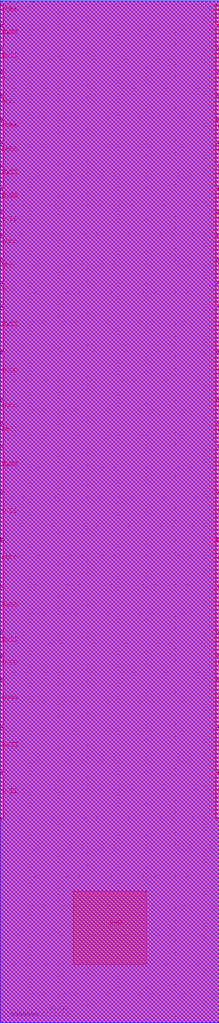
<source format=lef>
# Copyright 2022 GlobalFoundries PDK Authors
#
# Licensed under the Apache License, Version 2.0 (the "License");
# you may not use this file except in compliance with the License.
# You may obtain a copy of the License at
#
#     http://www.apache.org/licenses/LICENSE-2.0
#
# Unless required by applicable law or agreed to in writing, software
# distributed under the License is distributed on an "AS IS" BASIS,
# WITHOUT WARRANTIES OR CONDITIONS OF ANY KIND, either express or implied.
# See the License for the specific language governing permissions and
# limitations under the License.

MACRO gf180mcu_ocd_io__bi_24t
  CLASS PAD INOUT ;
  ORIGIN 0 0 ;
  FOREIGN gf180mcu_ocd_io__bi_24t 0 0 ;
  SIZE 75 BY 350 ;
  SYMMETRY X Y R90 ;
  SITE GF_IO_Site ;
    PIN PAD
        DIRECTION INOUT ;
        USE SIGNAL ;
        PORT
        LAYER Metal5  ;
        RECT 25.000 20.000 50.000 45.000 ;
        END
    END PAD
  PIN A
    DIRECTION INPUT ;
    USE SIGNAL ;
    ANTENNADIFFAREA 1 LAYER Metal2 ;
      ANTENNAGATEAREA 4.2 LAYER Metal2 ;
    PORT
        CLASS CORE ;
      LAYER Metal2 ;
        RECT 69.4 349.62 69.78 350 ;
    END
  END A
  PIN CS
    DIRECTION INPUT ;
    USE SIGNAL ;
    ANTENNADIFFAREA 1 LAYER Metal2 ;
      ANTENNAGATEAREA 3.15 LAYER Metal2 ;
    PORT
        CLASS CORE ;
      LAYER Metal2 ;
        RECT 3.36 349.62 3.74 350 ;
    END
  END CS
  PIN IE
    DIRECTION INPUT ;
    USE SIGNAL ;
    ANTENNADIFFAREA 1 LAYER Metal2 ;
      ANTENNAGATEAREA 3.15 LAYER Metal2 ;
    PORT
        CLASS CORE ;
      LAYER Metal2 ;
        RECT 11.385 349.62 11.765 350 ;
    END
  END IE
  PIN OE
    DIRECTION INPUT ;
    USE SIGNAL ;
    ANTENNADIFFAREA 7.776 LAYER Metal2 ;
      ANTENNAGATEAREA 16.8 LAYER Metal2 ;
    PORT
        CLASS CORE ;
      LAYER Metal2 ;
        RECT 70.13 349.62 70.51 350 ;
    END
  END OE
  PIN PD
    DIRECTION INPUT ;
    USE SIGNAL ;
    ANTENNADIFFAREA 1 LAYER Metal2 ;
      ANTENNAGATEAREA 10.5 LAYER Metal2 ;
    PORT
        CLASS CORE ;
      LAYER Metal2 ;
        RECT 10.33 349.62 10.71 350 ;
    END
  END PD
  PIN PU
    DIRECTION INPUT ;
    USE SIGNAL ;
    ANTENNADIFFAREA 2.98 LAYER Metal2 ;
      ANTENNAGATEAREA 7.35 LAYER Metal2 ;
    PORT
        CLASS CORE ;
      LAYER Metal2 ;
        RECT 5.965 349.62 6.345 350 ;
    END
  END PU
  PIN SL
    DIRECTION INPUT ;
    USE SIGNAL ;
    ANTENNADIFFAREA 1 LAYER Metal2 ;
      ANTENNAGATEAREA 3.15 LAYER Metal2 ;
    PORT
        CLASS CORE ;
      LAYER Metal2 ;
        RECT 68.67 349.62 69.05 350 ;
    END
  END SL
  PIN Y
    DIRECTION OUTPUT ;
    USE SIGNAL ;
    ANTENNADIFFAREA 7.8 LAYER Metal2 ;
    PORT
        CLASS CORE ;
      LAYER Metal2 ;
        RECT 70.86 349.62 71.24 350 ;
    END
  END Y
  PIN DVDD
    DIRECTION INOUT ;
    USE POWER ;
    PORT
      LAYER Metal5 ;
        RECT 74 118 75 125 ;
    END
    PORT
      LAYER Metal5 ;
        RECT 74 182 75 197 ;
    END
    PORT
      LAYER Metal5 ;
        RECT 74 166 75 181 ;
    END
    PORT
      LAYER Metal5 ;
        RECT 74 150 75 165 ;
    END
    PORT
      LAYER Metal5 ;
        RECT 74 134 75 149 ;
    END
    PORT
      LAYER Metal5 ;
        RECT 74 214 75 229 ;
    END
    PORT
      LAYER Metal5 ;
        RECT 74 206 75 213 ;
    END
    PORT
      LAYER Metal5 ;
        RECT 74 278 75 285 ;
    END
    PORT
      LAYER Metal5 ;
        RECT 74 270 75 277 ;
    END
    PORT
      LAYER Metal5 ;
        RECT 74 262 75 269 ;
    END
    PORT
      LAYER Metal5 ;
        RECT 74 294 75 301 ;
    END
    PORT
      LAYER Metal5 ;
        RECT 74 334 75 341 ;
    END
    PORT
      LAYER Metal4 ;
        RECT 74 118 75 125 ;
    END
    PORT
      LAYER Metal4 ;
        RECT 74 182 75 197 ;
    END
    PORT
      LAYER Metal4 ;
        RECT 74 166 75 181 ;
    END
    PORT
      LAYER Metal4 ;
        RECT 74 150 75 165 ;
    END
    PORT
      LAYER Metal4 ;
        RECT 74 134 75 149 ;
    END
    PORT
      LAYER Metal4 ;
        RECT 74 214 75 229 ;
    END
    PORT
      LAYER Metal4 ;
        RECT 74 206 75 213 ;
    END
    PORT
      LAYER Metal4 ;
        RECT 74 278 75 285 ;
    END
    PORT
      LAYER Metal4 ;
        RECT 74 270 75 277 ;
    END
    PORT
      LAYER Metal4 ;
        RECT 74 262 75 269 ;
    END
    PORT
      LAYER Metal4 ;
        RECT 74 294 75 301 ;
    END
    PORT
      LAYER Metal4 ;
        RECT 74 334 75 341 ;
    END
    PORT
      LAYER Metal3 ;
        RECT 74 118 75 125 ;
    END
    PORT
      LAYER Metal3 ;
        RECT 74 182 75 197 ;
    END
    PORT
      LAYER Metal3 ;
        RECT 74 166 75 181 ;
    END
    PORT
      LAYER Metal3 ;
        RECT 74 150 75 165 ;
    END
    PORT
      LAYER Metal3 ;
        RECT 74 134 75 149 ;
    END
    PORT
      LAYER Metal3 ;
        RECT 74 214 75 229 ;
    END
    PORT
      LAYER Metal3 ;
        RECT 74 206 75 213 ;
    END
    PORT
      LAYER Metal3 ;
        RECT 74 278 75 285 ;
    END
    PORT
      LAYER Metal3 ;
        RECT 74 270 75 277 ;
    END
    PORT
      LAYER Metal3 ;
        RECT 74 262 75 269 ;
    END
    PORT
      LAYER Metal3 ;
        RECT 74 294 75 301 ;
    END
    PORT
      LAYER Metal3 ;
        RECT 74 334 75 341 ;
    END
    PORT
      LAYER Metal3 ;
        RECT 0 334 1 341 ;
    END
    PORT
      LAYER Metal3 ;
        RECT 0 294 1 301 ;
    END
    PORT
      LAYER Metal3 ;
        RECT 0 262 1 269 ;
    END
    PORT
      LAYER Metal3 ;
        RECT 0 270 1 277 ;
    END
    PORT
      LAYER Metal3 ;
        RECT 0 278 1 285 ;
    END
    PORT
      LAYER Metal3 ;
        RECT 0 206 1 213 ;
    END
    PORT
      LAYER Metal3 ;
        RECT 0 214 1 229 ;
    END
    PORT
      LAYER Metal3 ;
        RECT 0 134 1 149 ;
    END
    PORT
      LAYER Metal3 ;
        RECT 0 150 1 165 ;
    END
    PORT
      LAYER Metal3 ;
        RECT 0 166 1 181 ;
    END
    PORT
      LAYER Metal3 ;
        RECT 0 182 1 197 ;
    END
    PORT
      LAYER Metal4 ;
        RECT 0 334 1 341 ;
    END
    PORT
      LAYER Metal4 ;
        RECT 0 294 1 301 ;
    END
    PORT
      LAYER Metal4 ;
        RECT 0 262 1 269 ;
    END
    PORT
      LAYER Metal4 ;
        RECT 0 270 1 277 ;
    END
    PORT
      LAYER Metal4 ;
        RECT 0 278 1 285 ;
    END
    PORT
      LAYER Metal4 ;
        RECT 0 206 1 213 ;
    END
    PORT
      LAYER Metal4 ;
        RECT 0 214 1 229 ;
    END
    PORT
      LAYER Metal4 ;
        RECT 0 134 1 149 ;
    END
    PORT
      LAYER Metal4 ;
        RECT 0 150 1 165 ;
    END
    PORT
      LAYER Metal4 ;
        RECT 0 166 1 181 ;
    END
    PORT
      LAYER Metal4 ;
        RECT 0 182 1 197 ;
    END
    PORT
      LAYER Metal5 ;
        RECT 0 334 1 341 ;
    END
    PORT
      LAYER Metal5 ;
        RECT 0 294 1 301 ;
    END
    PORT
      LAYER Metal5 ;
        RECT 0 262 1 269 ;
    END
    PORT
      LAYER Metal5 ;
        RECT 0 270 1 277 ;
    END
    PORT
      LAYER Metal5 ;
        RECT 0 278 1 285 ;
    END
    PORT
      LAYER Metal5 ;
        RECT 0 206 1 213 ;
    END
    PORT
      LAYER Metal5 ;
        RECT 0 214 1 229 ;
    END
    PORT
      LAYER Metal5 ;
        RECT 0 134 1 149 ;
    END
    PORT
      LAYER Metal5 ;
        RECT 0 150 1 165 ;
    END
    PORT
      LAYER Metal5 ;
        RECT 0 166 1 181 ;
    END
    PORT
      LAYER Metal5 ;
        RECT 0 182 1 197 ;
    END
    PORT
      LAYER Metal5 ;
        RECT 0 118 1 125 ;
    END
    PORT
      LAYER Metal4 ;
        RECT 0 118 1 125 ;
    END
    PORT
      LAYER Metal3 ;
        RECT 0 118 1 125 ;
    END
  END DVDD
  PIN DVSS
    DIRECTION INOUT ;
    USE GROUND ;
    PORT
      LAYER Metal5 ;
        RECT 74 102 75 117 ;
    END
    PORT
      LAYER Metal5 ;
        RECT 74 86 75 101 ;
    END
    PORT
      LAYER Metal5 ;
        RECT 74 70 75 85 ;
    END
    PORT
      LAYER Metal5 ;
        RECT 74 126 75 133 ;
    END
    PORT
      LAYER Metal5 ;
        RECT 74 198 75 205 ;
    END
    PORT
      LAYER Metal5 ;
        RECT 74 230 75 245 ;
    END
    PORT
      LAYER Metal5 ;
        RECT 74 286 75 293 ;
    END
    PORT
      LAYER Metal5 ;
        RECT 74 302 75 309 ;
    END
    PORT
      LAYER Metal5 ;
        RECT 74 326 75 333 ;
    END
    PORT
      LAYER Metal5 ;
        RECT 74 342 75 348.39 ;
    END
    PORT
      LAYER Metal4 ;
        RECT 74 102 75 117 ;
    END
    PORT
      LAYER Metal4 ;
        RECT 74 86 75 101 ;
    END
    PORT
      LAYER Metal4 ;
        RECT 74 70 75 85 ;
    END
    PORT
      LAYER Metal4 ;
        RECT 74 126 75 133 ;
    END
    PORT
      LAYER Metal4 ;
        RECT 74 198 75 205 ;
    END
    PORT
      LAYER Metal4 ;
        RECT 74 230 75 245 ;
    END
    PORT
      LAYER Metal4 ;
        RECT 74 286 75 293 ;
    END
    PORT
      LAYER Metal4 ;
        RECT 74 302 75 309 ;
    END
    PORT
      LAYER Metal4 ;
        RECT 74 326 75 333 ;
    END
    PORT
      LAYER Metal4 ;
        RECT 74 342 75 348.39 ;
    END
    PORT
      LAYER Metal3 ;
        RECT 74 102 75 117 ;
    END
    PORT
      LAYER Metal3 ;
        RECT 74 86 75 101 ;
    END
    PORT
      LAYER Metal3 ;
        RECT 74 70 75 85 ;
    END
    PORT
      LAYER Metal3 ;
        RECT 74 126 75 133 ;
    END
    PORT
      LAYER Metal3 ;
        RECT 74 198 75 205 ;
    END
    PORT
      LAYER Metal3 ;
        RECT 74 230 75 245 ;
    END
    PORT
      LAYER Metal3 ;
        RECT 74 286 75 293 ;
    END
    PORT
      LAYER Metal3 ;
        RECT 74 302 75 309 ;
    END
    PORT
      LAYER Metal3 ;
        RECT 74 326 75 333 ;
    END
    PORT
      LAYER Metal3 ;
        RECT 74 342 75 348.39 ;
    END
    PORT
      LAYER Metal3 ;
        RECT 0 342 1 348.39 ;
    END
    PORT
      LAYER Metal3 ;
        RECT 0 326 1 333 ;
    END
    PORT
      LAYER Metal3 ;
        RECT 0 302 1 309 ;
    END
    PORT
      LAYER Metal3 ;
        RECT 0 286 1 293 ;
    END
    PORT
      LAYER Metal3 ;
        RECT 0 230 1 245 ;
    END
    PORT
      LAYER Metal3 ;
        RECT 0 198 1 205 ;
    END
    PORT
      LAYER Metal3 ;
        RECT 0 126 1 133 ;
    END
    PORT
      LAYER Metal3 ;
        RECT 0 70 1 85 ;
    END
    PORT
      LAYER Metal3 ;
        RECT 0 86 1 101 ;
    END
    PORT
      LAYER Metal4 ;
        RECT 0 342 1 348.39 ;
    END
    PORT
      LAYER Metal4 ;
        RECT 0 326 1 333 ;
    END
    PORT
      LAYER Metal4 ;
        RECT 0 302 1 309 ;
    END
    PORT
      LAYER Metal4 ;
        RECT 0 286 1 293 ;
    END
    PORT
      LAYER Metal4 ;
        RECT 0 230 1 245 ;
    END
    PORT
      LAYER Metal4 ;
        RECT 0 198 1 205 ;
    END
    PORT
      LAYER Metal4 ;
        RECT 0 126 1 133 ;
    END
    PORT
      LAYER Metal4 ;
        RECT 0 70 1 85 ;
    END
    PORT
      LAYER Metal4 ;
        RECT 0 86 1 101 ;
    END
    PORT
      LAYER Metal5 ;
        RECT 0 342 1 348.39 ;
    END
    PORT
      LAYER Metal5 ;
        RECT 0 326 1 333 ;
    END
    PORT
      LAYER Metal5 ;
        RECT 0 302 1 309 ;
    END
    PORT
      LAYER Metal5 ;
        RECT 0 286 1 293 ;
    END
    PORT
      LAYER Metal5 ;
        RECT 0 230 1 245 ;
    END
    PORT
      LAYER Metal5 ;
        RECT 0 198 1 205 ;
    END
    PORT
      LAYER Metal5 ;
        RECT 0 126 1 133 ;
    END
    PORT
      LAYER Metal5 ;
        RECT 0 70 1 85 ;
    END
    PORT
      LAYER Metal5 ;
        RECT 0 86 1 101 ;
    END
    PORT
      LAYER Metal5 ;
        RECT 0 102 1 117 ;
    END
    PORT
      LAYER Metal4 ;
        RECT 0 102 1 117 ;
    END
    PORT
      LAYER Metal3 ;
        RECT 0 102 1 117 ;
    END
  END DVSS
  PIN VDD
    DIRECTION INOUT ;
    USE POWER ;
    PORT
      LAYER Metal5 ;
        RECT 74 254 75 261 ;
    END
    PORT
      LAYER Metal5 ;
        RECT 74 310 75 317 ;
    END
    PORT
      LAYER Metal4 ;
        RECT 74 254 75 261 ;
    END
    PORT
      LAYER Metal4 ;
        RECT 74 310 75 317 ;
    END
    PORT
      LAYER Metal3 ;
        RECT 74 254 75 261 ;
    END
    PORT
      LAYER Metal3 ;
        RECT 74 310 75 317 ;
    END
    PORT
      LAYER Metal3 ;
        RECT 0 310 1 317 ;
    END
    PORT
      LAYER Metal4 ;
        RECT 0 310 1 317 ;
    END
    PORT
      LAYER Metal5 ;
        RECT 0 310 1 317 ;
    END
    PORT
      LAYER Metal5 ;
        RECT 0 254 1 261 ;
    END
    PORT
      LAYER Metal4 ;
        RECT 0 254 1 261 ;
    END
    PORT
      LAYER Metal3 ;
        RECT 0 254 1 261 ;
    END
  END VDD
  PIN VSS
    DIRECTION INOUT ;
    USE GROUND ;
    PORT
      LAYER Metal5 ;
        RECT 74 246 75 253 ;
    END
    PORT
      LAYER Metal5 ;
        RECT 74 318 75 325 ;
    END
    PORT
      LAYER Metal4 ;
        RECT 74 246 75 253 ;
    END
    PORT
      LAYER Metal4 ;
        RECT 74 318 75 325 ;
    END
    PORT
      LAYER Metal3 ;
        RECT 74 246 75 253 ;
    END
    PORT
      LAYER Metal3 ;
        RECT 74 318 75 325 ;
    END
    PORT
      LAYER Metal3 ;
        RECT 0 318 1 325 ;
    END
    PORT
      LAYER Metal4 ;
        RECT 0 318 1 325 ;
    END
    PORT
      LAYER Metal5 ;
        RECT 0 318 1 325 ;
    END
    PORT
      LAYER Metal5 ;
        RECT 0 246 1 253 ;
    END
    PORT
      LAYER Metal4 ;
        RECT 0 246 1 253 ;
    END
    PORT
      LAYER Metal3 ;
        RECT 0 246 1 253 ;
    END
  END VSS
  OBS
    LAYER Metal1 ;
      RECT 0 0 75 350 ;
    LAYER Metal2 ;
      POLYGON 75 350 71.52 350 71.52 349.34 68.39 349.34 68.39 350 12.045 350 12.045 349.34 11.105 349.34 11.105 350 10.99 350 10.99 349.34 10.05 349.34 10.05 350 6.625 350 6.625 349.34 5.685 349.34 5.685 350 4.02 350 4.02 349.34 3.08 349.34 3.08 350 0 350 0 0 75 0 ;
    LAYER Metal3 ;
      POLYGON 75 69.72 73.72 69.72 73.72 85.28 75 85.28 75 85.72 73.72 85.72 73.72 101.28 75 101.28 75 101.72 73.72 101.72 73.72 117.28 75 117.28 75 117.72 73.72 117.72 73.72 125.28 75 125.28 75 125.72 73.72 125.72 73.72 133.28 75 133.28 75 133.72 73.72 133.72 73.72 149.28 75 149.28 75 149.72 73.72 149.72 73.72 165.28 75 165.28 75 165.72 73.72 165.72 73.72 181.28 75 181.28 75 181.72 73.72 181.72 73.72 197.28 75 197.28 75 197.72 73.72 197.72 73.72 205.28 75 205.28 75 205.72 73.72 205.72 73.72 213.28 75 213.28 75 213.72 73.72 213.72 73.72 229.28 75 229.28 75 229.72 73.72 229.72 73.72 245.28 75 245.28 75 245.72 73.72 245.72 73.72 253.28 75 253.28 75 253.72 73.72 253.72 73.72 261.28 75 261.28 75 261.72 73.72 261.72 73.72 269.28 75 269.28 75 269.72 73.72 269.72 73.72 277.28 75 277.28 75 277.72 73.72 277.72 73.72 285.28 75 285.28 75 285.72 73.72 285.72 73.72 293.28 75 293.28 75 293.72 73.72 293.72 73.72 301.28 75 301.28 75 301.72 73.72 301.72 73.72 309.28 75 309.28 75 309.72 73.72 309.72 73.72 317.28 75 317.28 75 317.72 73.72 317.72 73.72 325.28 75 325.28 75 325.72 73.72 325.72 73.72 333.28 75 333.28 75 333.72 73.72 333.72 73.72 341.28 75 341.28 75 341.72 73.72 341.72 73.72 348.67 75 348.67 75 350 0 350 0 348.67 1.28 348.67 1.28 341.72 0 341.72 0 341.28 1.28 341.28 1.28 333.72 0 333.72 0 333.28 1.28 333.28 1.28 325.72 0 325.72 0 325.28 1.28 325.28 1.28 317.72 0 317.72 0 317.28 1.28 317.28 1.28 309.72 0 309.72 0 309.28 1.28 309.28 1.28 301.72 0 301.72 0 301.28 1.28 301.28 1.28 293.72 0 293.72 0 293.28 1.28 293.28 1.28 285.72 0 285.72 0 285.28 1.28 285.28 1.28 277.72 0 277.72 0 277.28 1.28 277.28 1.28 269.72 0 269.72 0 269.28 1.28 269.28 1.28 261.72 0 261.72 0 261.28 1.28 261.28 1.28 253.72 0 253.72 0 253.28 1.28 253.28 1.28 245.72 0 245.72 0 245.28 1.28 245.28 1.28 229.72 0 229.72 0 229.28 1.28 229.28 1.28 213.72 0 213.72 0 213.28 1.28 213.28 1.28 205.72 0 205.72 0 205.28 1.28 205.28 1.28 197.72 0 197.72 0 197.28 1.28 197.28 1.28 181.72 0 181.72 0 181.28 1.28 181.28 1.28 165.72 0 165.72 0 165.28 1.28 165.28 1.28 149.72 0 149.72 0 149.28 1.28 149.28 1.28 133.72 0 133.72 0 133.28 1.28 133.28 1.28 125.72 0 125.72 0 125.28 1.28 125.28 1.28 117.72 0 117.72 0 117.28 1.28 117.28 1.28 101.72 0 101.72 0 101.28 1.28 101.28 1.28 85.72 0 85.72 0 85.28 1.28 85.28 1.28 69.72 0 69.72 0 0 75 0 ;
    LAYER Metal4 ;
      POLYGON 75 69.72 73.72 69.72 73.72 85.28 75 85.28 75 85.72 73.72 85.72 73.72 101.28 75 101.28 75 101.72 73.72 101.72 73.72 117.28 75 117.28 75 117.72 73.72 117.72 73.72 125.28 75 125.28 75 125.72 73.72 125.72 73.72 133.28 75 133.28 75 133.72 73.72 133.72 73.72 149.28 75 149.28 75 149.72 73.72 149.72 73.72 165.28 75 165.28 75 165.72 73.72 165.72 73.72 181.28 75 181.28 75 181.72 73.72 181.72 73.72 197.28 75 197.28 75 197.72 73.72 197.72 73.72 205.28 75 205.28 75 205.72 73.72 205.72 73.72 213.28 75 213.28 75 213.72 73.72 213.72 73.72 229.28 75 229.28 75 229.72 73.72 229.72 73.72 245.28 75 245.28 75 245.72 73.72 245.72 73.72 253.28 75 253.28 75 253.72 73.72 253.72 73.72 261.28 75 261.28 75 261.72 73.72 261.72 73.72 269.28 75 269.28 75 269.72 73.72 269.72 73.72 277.28 75 277.28 75 277.72 73.72 277.72 73.72 285.28 75 285.28 75 285.72 73.72 285.72 73.72 293.28 75 293.28 75 293.72 73.72 293.72 73.72 301.28 75 301.28 75 301.72 73.72 301.72 73.72 309.28 75 309.28 75 309.72 73.72 309.72 73.72 317.28 75 317.28 75 317.72 73.72 317.72 73.72 325.28 75 325.28 75 325.72 73.72 325.72 73.72 333.28 75 333.28 75 333.72 73.72 333.72 73.72 341.28 75 341.28 75 341.72 73.72 341.72 73.72 348.67 75 348.67 75 350 0 350 0 348.67 1.28 348.67 1.28 341.72 0 341.72 0 341.28 1.28 341.28 1.28 333.72 0 333.72 0 333.28 1.28 333.28 1.28 325.72 0 325.72 0 325.28 1.28 325.28 1.28 317.72 0 317.72 0 317.28 1.28 317.28 1.28 309.72 0 309.72 0 309.28 1.28 309.28 1.28 301.72 0 301.72 0 301.28 1.28 301.28 1.28 293.72 0 293.72 0 293.28 1.28 293.28 1.28 285.72 0 285.72 0 285.28 1.28 285.28 1.28 277.72 0 277.72 0 277.28 1.28 277.28 1.28 269.72 0 269.72 0 269.28 1.28 269.28 1.28 261.72 0 261.72 0 261.28 1.28 261.28 1.28 253.72 0 253.72 0 253.28 1.28 253.28 1.28 245.72 0 245.72 0 245.28 1.28 245.28 1.28 229.72 0 229.72 0 229.28 1.28 229.28 1.28 213.72 0 213.72 0 213.28 1.28 213.28 1.28 205.72 0 205.72 0 205.28 1.28 205.28 1.28 197.72 0 197.72 0 197.28 1.28 197.28 1.28 181.72 0 181.72 0 181.28 1.28 181.28 1.28 165.72 0 165.72 0 165.28 1.28 165.28 1.28 149.72 0 149.72 0 149.28 1.28 149.28 1.28 133.72 0 133.72 0 133.28 1.28 133.28 1.28 125.72 0 125.72 0 125.28 1.28 125.28 1.28 117.72 0 117.72 0 117.28 1.28 117.28 1.28 101.72 0 101.72 0 101.28 1.28 101.28 1.28 85.72 0 85.72 0 85.28 1.28 85.28 1.28 69.72 0 69.72 0 0 75 0 ;
    LAYER Metal5 ;
      POLYGON 75 69.72 73.72 69.72 73.72 85.28 75 85.28 75 85.72 73.72 85.72 73.72 101.28 75 101.28 75 101.72 73.72 101.72 73.72 117.28 75 117.28 75 117.72 73.72 117.72 73.72 125.28 75 125.28 75 125.72 73.72 125.72 73.72 133.28 75 133.28 75 133.72 73.72 133.72 73.72 149.28 75 149.28 75 149.72 73.72 149.72 73.72 165.28 75 165.28 75 165.72 73.72 165.72 73.72 181.28 75 181.28 75 181.72 73.72 181.72 73.72 197.28 75 197.28 75 197.72 73.72 197.72 73.72 205.28 75 205.28 75 205.72 73.72 205.72 73.72 213.28 75 213.28 75 213.72 73.72 213.72 73.72 229.28 75 229.28 75 229.72 73.72 229.72 73.72 245.28 75 245.28 75 245.72 73.72 245.72 73.72 253.28 75 253.28 75 253.72 73.72 253.72 73.72 261.28 75 261.28 75 261.72 73.72 261.72 73.72 269.28 75 269.28 75 269.72 73.72 269.72 73.72 277.28 75 277.28 75 277.72 73.72 277.72 73.72 285.28 75 285.28 75 285.72 73.72 285.72 73.72 293.28 75 293.28 75 293.72 73.72 293.72 73.72 301.28 75 301.28 75 301.72 73.72 301.72 73.72 309.28 75 309.28 75 309.72 73.72 309.72 73.72 317.28 75 317.28 75 317.72 73.72 317.72 73.72 325.28 75 325.28 75 325.72 73.72 325.72 73.72 333.28 75 333.28 75 333.72 73.72 333.72 73.72 341.28 75 341.28 75 341.72 73.72 341.72 73.72 348.67 75 348.67 75 350 0 350 0 348.67 1.28 348.67 1.28 341.72 0 341.72 0 341.28 1.28 341.28 1.28 333.72 0 333.72 0 333.28 1.28 333.28 1.28 325.72 0 325.72 0 325.28 1.28 325.28 1.28 317.72 0 317.72 0 317.28 1.28 317.28 1.28 309.72 0 309.72 0 309.28 1.28 309.28 1.28 301.72 0 301.72 0 301.28 1.28 301.28 1.28 293.72 0 293.72 0 293.28 1.28 293.28 1.28 285.72 0 285.72 0 285.28 1.28 285.28 1.28 277.72 0 277.72 0 277.28 1.28 277.28 1.28 269.72 0 269.72 0 269.28 1.28 269.28 1.28 261.72 0 261.72 0 261.28 1.28 261.28 1.28 253.72 0 253.72 0 253.28 1.28 253.28 1.28 245.72 0 245.72 0 245.28 1.28 245.28 1.28 229.72 0 229.72 0 229.28 1.28 229.28 1.28 213.72 0 213.72 0 213.28 1.28 213.28 1.28 205.72 0 205.72 0 205.28 1.28 205.28 1.28 197.72 0 197.72 0 197.28 1.28 197.28 1.28 181.72 0 181.72 0 181.28 1.28 181.28 1.28 165.72 0 165.72 0 165.28 1.28 165.28 1.28 149.72 0 149.72 0 149.28 1.28 149.28 1.28 133.72 0 133.72 0 133.28 1.28 133.28 1.28 125.72 0 125.72 0 125.28 1.28 125.28 1.28 117.72 0 117.72 0 117.28 1.28 117.28 1.28 101.72 0 101.72 0 101.28 1.28 101.28 1.28 85.72 0 85.72 0 85.28 1.28 85.28 1.28 69.72 0 69.72 0 0 75 0 ;
    LAYER Via1 ;
      RECT 0 0 75 350 ;
    LAYER Via2 ;
      RECT 0 0 75 350 ;
    LAYER Via3 ;
      RECT 0 0 75 350 ;
    LAYER Via4 ;
      RECT 0 0 75 350 ;
  END

END gf180mcu_ocd_io__bi_24t

</source>
